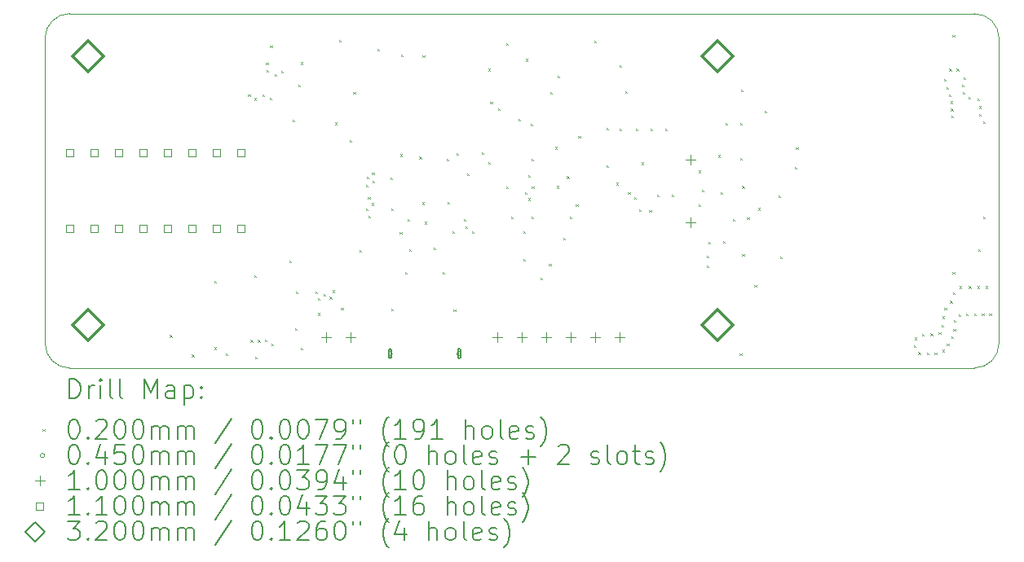
<source format=gbr>
%FSLAX45Y45*%
G04 Gerber Fmt 4.5, Leading zero omitted, Abs format (unit mm)*
G04 Created by KiCad (PCBNEW (6.0.5)) date 2023-05-13 15:18:55*
%MOMM*%
%LPD*%
G01*
G04 APERTURE LIST*
%TA.AperFunction,Profile*%
%ADD10C,0.100000*%
%TD*%
%ADD11C,0.200000*%
%ADD12C,0.020000*%
%ADD13C,0.045000*%
%ADD14C,0.100000*%
%ADD15C,0.110000*%
%ADD16C,0.320000*%
G04 APERTURE END LIST*
D10*
X10160000Y-10096500D02*
X19558000Y-10096500D01*
X19558000Y-13779500D02*
X10160000Y-13779500D01*
X9906000Y-13525500D02*
X9906000Y-10350500D01*
X19812000Y-10350500D02*
G75*
G03*
X19558000Y-10096500I-254000J0D01*
G01*
X10160000Y-10096500D02*
G75*
G03*
X9906000Y-10350500I0J-254000D01*
G01*
X19812000Y-10350500D02*
X19812000Y-13525500D01*
X9906000Y-13525500D02*
G75*
G03*
X10160000Y-13779500I254000J0D01*
G01*
X19558000Y-13779500D02*
G75*
G03*
X19812000Y-13525500I0J254000D01*
G01*
D11*
D12*
X11201798Y-13437065D02*
X11221798Y-13457065D01*
X11221798Y-13437065D02*
X11201798Y-13457065D01*
X11430160Y-13639960D02*
X11450160Y-13659960D01*
X11450160Y-13639960D02*
X11430160Y-13659960D01*
X11663840Y-12872880D02*
X11683840Y-12892880D01*
X11683840Y-12872880D02*
X11663840Y-12892880D01*
X11663840Y-13563760D02*
X11683840Y-13583760D01*
X11683840Y-13563760D02*
X11663840Y-13583760D01*
X11780680Y-13624720D02*
X11800680Y-13644720D01*
X11800680Y-13624720D02*
X11780680Y-13644720D01*
X12014360Y-10937400D02*
X12034360Y-10957400D01*
X12034360Y-10937400D02*
X12014360Y-10957400D01*
X12040706Y-13486628D02*
X12060706Y-13506628D01*
X12060706Y-13486628D02*
X12040706Y-13506628D01*
X12080400Y-10972960D02*
X12100400Y-10992960D01*
X12100400Y-10972960D02*
X12080400Y-10992960D01*
X12080400Y-12817000D02*
X12100400Y-12837000D01*
X12100400Y-12817000D02*
X12080400Y-12837000D01*
X12085464Y-13659814D02*
X12105464Y-13679814D01*
X12105464Y-13659814D02*
X12085464Y-13679814D01*
X12116906Y-13486628D02*
X12136906Y-13506628D01*
X12136906Y-13486628D02*
X12116906Y-13506628D01*
X12161680Y-10937400D02*
X12181680Y-10957400D01*
X12181680Y-10937400D02*
X12161680Y-10957400D01*
X12188026Y-13485682D02*
X12208026Y-13505682D01*
X12208026Y-13485682D02*
X12188026Y-13505682D01*
X12199780Y-10607200D02*
X12219780Y-10627200D01*
X12219780Y-10607200D02*
X12199780Y-10627200D01*
X12207400Y-10683400D02*
X12227400Y-10703400D01*
X12227400Y-10683400D02*
X12207400Y-10703400D01*
X12237880Y-10967880D02*
X12257880Y-10987880D01*
X12257880Y-10967880D02*
X12237880Y-10987880D01*
X12242960Y-10424320D02*
X12262960Y-10444320D01*
X12262960Y-10424320D02*
X12242960Y-10444320D01*
X12258200Y-13528200D02*
X12278200Y-13548200D01*
X12278200Y-13528200D02*
X12258200Y-13548200D01*
X12288680Y-10724040D02*
X12308680Y-10744040D01*
X12308680Y-10724040D02*
X12288680Y-10744040D01*
X12357260Y-10688480D02*
X12377260Y-10708480D01*
X12377260Y-10688480D02*
X12357260Y-10708480D01*
X12441080Y-12659520D02*
X12461080Y-12679520D01*
X12461080Y-12659520D02*
X12441080Y-12679520D01*
X12476640Y-11196480D02*
X12496640Y-11216480D01*
X12496640Y-11196480D02*
X12476640Y-11216480D01*
X12502040Y-13365640D02*
X12522040Y-13385640D01*
X12522040Y-13365640D02*
X12502040Y-13385640D01*
X12507120Y-12984640D02*
X12527120Y-13004640D01*
X12527120Y-12984640D02*
X12507120Y-13004640D01*
X12537600Y-10835800D02*
X12557600Y-10855800D01*
X12557600Y-10835800D02*
X12537600Y-10855800D01*
X12557920Y-10601722D02*
X12577920Y-10621722D01*
X12577920Y-10601722D02*
X12557920Y-10621722D01*
X12563000Y-13568840D02*
X12583000Y-13588840D01*
X12583000Y-13568840D02*
X12563000Y-13588840D01*
X12710320Y-12984640D02*
X12730320Y-13004640D01*
X12730320Y-12984640D02*
X12710320Y-13004640D01*
X12735720Y-13208160D02*
X12755720Y-13228160D01*
X12755720Y-13208160D02*
X12735720Y-13228160D01*
X12738260Y-13053220D02*
X12758260Y-13073220D01*
X12758260Y-13053220D02*
X12738260Y-13073220D01*
X12796680Y-13010040D02*
X12816680Y-13030040D01*
X12816680Y-13010040D02*
X12796680Y-13030040D01*
X12860730Y-13038530D02*
X12880730Y-13058530D01*
X12880730Y-13038530D02*
X12860730Y-13058530D01*
X12888120Y-12971330D02*
X12908120Y-12991330D01*
X12908120Y-12971330D02*
X12888120Y-12991330D01*
X12918600Y-11226960D02*
X12938600Y-11246960D01*
X12938600Y-11226960D02*
X12918600Y-11246960D01*
X12959240Y-10368440D02*
X12979240Y-10388440D01*
X12979240Y-10368440D02*
X12959240Y-10388440D01*
X12979560Y-13152280D02*
X12999560Y-13172280D01*
X12999560Y-13152280D02*
X12979560Y-13172280D01*
X13065920Y-11409840D02*
X13085920Y-11429840D01*
X13085920Y-11409840D02*
X13065920Y-11429840D01*
X13106560Y-10912000D02*
X13126560Y-10932000D01*
X13126560Y-10912000D02*
X13106560Y-10932000D01*
X13172600Y-12552840D02*
X13192600Y-12572840D01*
X13192600Y-12552840D02*
X13172600Y-12572840D01*
X13236100Y-11877200D02*
X13256100Y-11897200D01*
X13256100Y-11877200D02*
X13236100Y-11897200D01*
X13238640Y-12121040D02*
X13258640Y-12141040D01*
X13258640Y-12121040D02*
X13238640Y-12141040D01*
X13243720Y-11790840D02*
X13263720Y-11810840D01*
X13263720Y-11790840D02*
X13243720Y-11810840D01*
X13258960Y-11999120D02*
X13278960Y-12019120D01*
X13278960Y-11999120D02*
X13258960Y-12019120D01*
X13264040Y-12197240D02*
X13284040Y-12217240D01*
X13284040Y-12197240D02*
X13264040Y-12217240D01*
X13299600Y-12065160D02*
X13319600Y-12085160D01*
X13319600Y-12065160D02*
X13299600Y-12085160D01*
X13301988Y-11749946D02*
X13321988Y-11769946D01*
X13321988Y-11749946D02*
X13301988Y-11769946D01*
X13304680Y-11831480D02*
X13324680Y-11851480D01*
X13324680Y-11831480D02*
X13304680Y-11851480D01*
X13355480Y-10459880D02*
X13375480Y-10479880D01*
X13375480Y-10459880D02*
X13355480Y-10479880D01*
X13492640Y-11801000D02*
X13512640Y-11821000D01*
X13512640Y-11801000D02*
X13492640Y-11821000D01*
X13497720Y-12121040D02*
X13517720Y-12141040D01*
X13517720Y-12121040D02*
X13497720Y-12141040D01*
X13497720Y-13162440D02*
X13517720Y-13182440D01*
X13517720Y-13162440D02*
X13497720Y-13182440D01*
X13589160Y-12364880D02*
X13609160Y-12384880D01*
X13609160Y-12364880D02*
X13589160Y-12384880D01*
X13594240Y-11557160D02*
X13614240Y-11577160D01*
X13614240Y-11557160D02*
X13594240Y-11577160D01*
X13604400Y-10520840D02*
X13624400Y-10540840D01*
X13624400Y-10520840D02*
X13604400Y-10540840D01*
X13642500Y-12778900D02*
X13662500Y-12798900D01*
X13662500Y-12778900D02*
X13642500Y-12798900D01*
X13670440Y-12232170D02*
X13690440Y-12252170D01*
X13690440Y-12232170D02*
X13670440Y-12252170D01*
X13686748Y-12544400D02*
X13706748Y-12564400D01*
X13706748Y-12544400D02*
X13686748Y-12564400D01*
X13792360Y-11582560D02*
X13812360Y-11602560D01*
X13812360Y-11582560D02*
X13792360Y-11602560D01*
X13822840Y-12055730D02*
X13842840Y-12075730D01*
X13842840Y-12055730D02*
X13822840Y-12075730D01*
X13825500Y-10528340D02*
X13845500Y-10548340D01*
X13845500Y-10528340D02*
X13825500Y-10548340D01*
X13847242Y-12260130D02*
X13867242Y-12280130D01*
X13867242Y-12260130D02*
X13847242Y-12280130D01*
X13939680Y-12527440D02*
X13959680Y-12547440D01*
X13959680Y-12527440D02*
X13939680Y-12547440D01*
X14036200Y-12778900D02*
X14056200Y-12798900D01*
X14056200Y-12778900D02*
X14036200Y-12798900D01*
X14076840Y-11602880D02*
X14096840Y-11622880D01*
X14096840Y-11602880D02*
X14076840Y-11622880D01*
X14087000Y-12055000D02*
X14107000Y-12075000D01*
X14107000Y-12055000D02*
X14087000Y-12075000D01*
X14137800Y-12354720D02*
X14157800Y-12374720D01*
X14157800Y-12354720D02*
X14137800Y-12374720D01*
X14147960Y-13167520D02*
X14167960Y-13187520D01*
X14167960Y-13167520D02*
X14147960Y-13187520D01*
X14178440Y-11541920D02*
X14198440Y-11561920D01*
X14198440Y-11541920D02*
X14178440Y-11561920D01*
X14252286Y-12232316D02*
X14272286Y-12252316D01*
X14272286Y-12232316D02*
X14252286Y-12252316D01*
X14269880Y-12306460D02*
X14289880Y-12326460D01*
X14289880Y-12306460D02*
X14269880Y-12326460D01*
X14285120Y-11755280D02*
X14305120Y-11775280D01*
X14305120Y-11755280D02*
X14285120Y-11775280D01*
X14341000Y-12354720D02*
X14361000Y-12374720D01*
X14361000Y-12354720D02*
X14341000Y-12374720D01*
X14442600Y-11536840D02*
X14462600Y-11556840D01*
X14462600Y-11536840D02*
X14442600Y-11556840D01*
X14506100Y-11635900D02*
X14526100Y-11655900D01*
X14526100Y-11635900D02*
X14506100Y-11655900D01*
X14508640Y-10668160D02*
X14528640Y-10688160D01*
X14528640Y-10668160D02*
X14508640Y-10688160D01*
X14528960Y-11008520D02*
X14548960Y-11028520D01*
X14548960Y-11008520D02*
X14528960Y-11028520D01*
X14607700Y-11077100D02*
X14627700Y-11097100D01*
X14627700Y-11077100D02*
X14607700Y-11097100D01*
X14691520Y-10398920D02*
X14711520Y-10418920D01*
X14711520Y-10398920D02*
X14691520Y-10418920D01*
X14696600Y-11889900D02*
X14716600Y-11909900D01*
X14716600Y-11889900D02*
X14696600Y-11909900D01*
X14742320Y-12202320D02*
X14762320Y-12222320D01*
X14762320Y-12202320D02*
X14742320Y-12222320D01*
X14823600Y-11186320D02*
X14843600Y-11206320D01*
X14843600Y-11186320D02*
X14823600Y-11206320D01*
X14874400Y-12359800D02*
X14894400Y-12379800D01*
X14894400Y-12359800D02*
X14874400Y-12379800D01*
X14874400Y-12644280D02*
X14894400Y-12664280D01*
X14894400Y-12644280D02*
X14874400Y-12664280D01*
X14887100Y-11953400D02*
X14907100Y-11973400D01*
X14907100Y-11953400D02*
X14887100Y-11973400D01*
X14894720Y-10566560D02*
X14914720Y-10586560D01*
X14914720Y-10566560D02*
X14894720Y-10586560D01*
X14925019Y-12015962D02*
X14945019Y-12035962D01*
X14945019Y-12015962D02*
X14925019Y-12035962D01*
X14925200Y-11770520D02*
X14945200Y-11790520D01*
X14945200Y-11770520D02*
X14925200Y-11790520D01*
X14950600Y-11237120D02*
X14970600Y-11257120D01*
X14970600Y-11237120D02*
X14950600Y-11257120D01*
X14955680Y-11602880D02*
X14975680Y-11622880D01*
X14975680Y-11602880D02*
X14955680Y-11622880D01*
X14955680Y-12202320D02*
X14975680Y-12222320D01*
X14975680Y-12202320D02*
X14955680Y-12222320D01*
X14960760Y-11892440D02*
X14980760Y-11912440D01*
X14980760Y-11892440D02*
X14960760Y-11912440D01*
X15047120Y-12842400D02*
X15067120Y-12862400D01*
X15067120Y-12842400D02*
X15047120Y-12862400D01*
X15138560Y-12695080D02*
X15158560Y-12715080D01*
X15158560Y-12695080D02*
X15138560Y-12715080D01*
X15153800Y-10912000D02*
X15173800Y-10932000D01*
X15173800Y-10912000D02*
X15153800Y-10932000D01*
X15204600Y-11480960D02*
X15224600Y-11500960D01*
X15224600Y-11480960D02*
X15204600Y-11500960D01*
X15219840Y-11887360D02*
X15239840Y-11907360D01*
X15239840Y-11887360D02*
X15219840Y-11907360D01*
X15230000Y-10739280D02*
X15250000Y-10759280D01*
X15250000Y-10739280D02*
X15230000Y-10759280D01*
X15285880Y-12423910D02*
X15305880Y-12443910D01*
X15305880Y-12423910D02*
X15285880Y-12443910D01*
X15323980Y-11785760D02*
X15343980Y-11805760D01*
X15343980Y-11785760D02*
X15323980Y-11805760D01*
X15351920Y-12207400D02*
X15371920Y-12227400D01*
X15371920Y-12207400D02*
X15351920Y-12227400D01*
X15417960Y-12080400D02*
X15437960Y-12100400D01*
X15437960Y-12080400D02*
X15417960Y-12100400D01*
X15443360Y-11369200D02*
X15463360Y-11389200D01*
X15463360Y-11369200D02*
X15443360Y-11389200D01*
X15611000Y-10378600D02*
X15631000Y-10398600D01*
X15631000Y-10378600D02*
X15611000Y-10398600D01*
X15738000Y-11282840D02*
X15758000Y-11302840D01*
X15758000Y-11282840D02*
X15738000Y-11302840D01*
X15738000Y-11674000D02*
X15758000Y-11694000D01*
X15758000Y-11674000D02*
X15738000Y-11694000D01*
X15834520Y-11853730D02*
X15854520Y-11873730D01*
X15854520Y-11853730D02*
X15834520Y-11873730D01*
X15870080Y-10627520D02*
X15890080Y-10647520D01*
X15890080Y-10627520D02*
X15870080Y-10647520D01*
X15870080Y-11287920D02*
X15890080Y-11307920D01*
X15890080Y-11287920D02*
X15870080Y-11307920D01*
X15928500Y-10899300D02*
X15948500Y-10919300D01*
X15948500Y-10899300D02*
X15928500Y-10919300D01*
X15960340Y-11949500D02*
X15980340Y-11969500D01*
X15980340Y-11949500D02*
X15960340Y-11969500D01*
X16022480Y-12004200D02*
X16042480Y-12024200D01*
X16042480Y-12004200D02*
X16022480Y-12024200D01*
X16042800Y-11287920D02*
X16062800Y-11307920D01*
X16062800Y-11287920D02*
X16042800Y-11307920D01*
X16073280Y-12131200D02*
X16093280Y-12151200D01*
X16093280Y-12131200D02*
X16073280Y-12151200D01*
X16101220Y-11640980D02*
X16121220Y-11660980D01*
X16121220Y-11640980D02*
X16101220Y-11660980D01*
X16179960Y-12136280D02*
X16199960Y-12156280D01*
X16199960Y-12136280D02*
X16179960Y-12156280D01*
X16195200Y-11287920D02*
X16215200Y-11307920D01*
X16215200Y-11287920D02*
X16195200Y-11307920D01*
X16261240Y-11973720D02*
X16281240Y-11993720D01*
X16281240Y-11973720D02*
X16261240Y-11993720D01*
X16347600Y-11287920D02*
X16367600Y-11307920D01*
X16367600Y-11287920D02*
X16347600Y-11307920D01*
X16413640Y-11973720D02*
X16433640Y-11993720D01*
X16433640Y-11973720D02*
X16413640Y-11993720D01*
X16691931Y-11728000D02*
X16711931Y-11748000D01*
X16711931Y-11728000D02*
X16691931Y-11748000D01*
X16692100Y-12080400D02*
X16712100Y-12100400D01*
X16712100Y-12080400D02*
X16692100Y-12100400D01*
X16728600Y-11928000D02*
X16748600Y-11948000D01*
X16748600Y-11928000D02*
X16728600Y-11948000D01*
X16774320Y-12710320D02*
X16794320Y-12730320D01*
X16794320Y-12710320D02*
X16774320Y-12730320D01*
X16779400Y-12613800D02*
X16799400Y-12633800D01*
X16799400Y-12613800D02*
X16779400Y-12633800D01*
X16792100Y-12466480D02*
X16812100Y-12486480D01*
X16812100Y-12466480D02*
X16792100Y-12486480D01*
X16897460Y-11566100D02*
X16917460Y-11586100D01*
X16917460Y-11566100D02*
X16897460Y-11586100D01*
X16923240Y-11953400D02*
X16943240Y-11973400D01*
X16943240Y-11953400D02*
X16923240Y-11973400D01*
X16944500Y-12461400D02*
X16964500Y-12481400D01*
X16964500Y-12461400D02*
X16944500Y-12481400D01*
X16972440Y-11232040D02*
X16992440Y-11252040D01*
X16992440Y-11232040D02*
X16972440Y-11252040D01*
X17048640Y-12232800D02*
X17068640Y-12252800D01*
X17068640Y-12232800D02*
X17048640Y-12252800D01*
X17119760Y-13629800D02*
X17139760Y-13649800D01*
X17139760Y-13629800D02*
X17119760Y-13649800D01*
X17123900Y-11232980D02*
X17143900Y-11252980D01*
X17143900Y-11232980D02*
X17123900Y-11252980D01*
X17124840Y-11592720D02*
X17144840Y-11612720D01*
X17144840Y-11592720D02*
X17124840Y-11612720D01*
X17129920Y-10881520D02*
X17149920Y-10901520D01*
X17149920Y-10881520D02*
X17129920Y-10901520D01*
X17144520Y-11888000D02*
X17164520Y-11908000D01*
X17164520Y-11888000D02*
X17144520Y-11908000D01*
X17145160Y-12593480D02*
X17165160Y-12613480D01*
X17165160Y-12593480D02*
X17145160Y-12613480D01*
X17195960Y-12212480D02*
X17215960Y-12232480D01*
X17215960Y-12212480D02*
X17195960Y-12232480D01*
X17272160Y-12913520D02*
X17292160Y-12933520D01*
X17292160Y-12913520D02*
X17272160Y-12933520D01*
X17312800Y-12115960D02*
X17332800Y-12135960D01*
X17332800Y-12115960D02*
X17312800Y-12135960D01*
X17376300Y-11102500D02*
X17396300Y-11122500D01*
X17396300Y-11102500D02*
X17376300Y-11122500D01*
X17521080Y-11983880D02*
X17541080Y-12003880D01*
X17541080Y-11983880D02*
X17521080Y-12003880D01*
X17536320Y-12618880D02*
X17556320Y-12638880D01*
X17556320Y-12618880D02*
X17536320Y-12638880D01*
X17693800Y-11689240D02*
X17713800Y-11709240D01*
X17713800Y-11689240D02*
X17693800Y-11709240D01*
X17703960Y-11486040D02*
X17723960Y-11506040D01*
X17723960Y-11486040D02*
X17703960Y-11506040D01*
X18925700Y-13543440D02*
X18945700Y-13563440D01*
X18945700Y-13543440D02*
X18925700Y-13563440D01*
X18933320Y-13462160D02*
X18953320Y-13482160D01*
X18953320Y-13462160D02*
X18933320Y-13482160D01*
X18973960Y-13614560D02*
X18993960Y-13634560D01*
X18993960Y-13614560D02*
X18973960Y-13634560D01*
X19009520Y-13421520D02*
X19029520Y-13441520D01*
X19029520Y-13421520D02*
X19009520Y-13441520D01*
X19060320Y-13619640D02*
X19080320Y-13639640D01*
X19080320Y-13619640D02*
X19060320Y-13639640D01*
X19100960Y-13418980D02*
X19120960Y-13438980D01*
X19120960Y-13418980D02*
X19100960Y-13438980D01*
X19144140Y-13619640D02*
X19164140Y-13639640D01*
X19164140Y-13619640D02*
X19144140Y-13639640D01*
X19184780Y-13408820D02*
X19204780Y-13428820D01*
X19204780Y-13408820D02*
X19184780Y-13428820D01*
X19212720Y-13330080D02*
X19232720Y-13350080D01*
X19232720Y-13330080D02*
X19212720Y-13350080D01*
X19222880Y-13241180D02*
X19242880Y-13261180D01*
X19242880Y-13241180D02*
X19222880Y-13261180D01*
X19222880Y-13589160D02*
X19242880Y-13609160D01*
X19242880Y-13589160D02*
X19222880Y-13609160D01*
X19239475Y-10772439D02*
X19259475Y-10792439D01*
X19259475Y-10772439D02*
X19239475Y-10792439D01*
X19245740Y-13154820D02*
X19265740Y-13174820D01*
X19265740Y-13154820D02*
X19245740Y-13174820D01*
X19266060Y-10856120D02*
X19286060Y-10876120D01*
X19286060Y-10856120D02*
X19266060Y-10876120D01*
X19271140Y-13523120D02*
X19291140Y-13543120D01*
X19291140Y-13523120D02*
X19271140Y-13543120D01*
X19288920Y-10932320D02*
X19308920Y-10952320D01*
X19308920Y-10932320D02*
X19288920Y-10952320D01*
X19296540Y-10668160D02*
X19316540Y-10688160D01*
X19316540Y-10668160D02*
X19296540Y-10688160D01*
X19304160Y-13081160D02*
X19324160Y-13101160D01*
X19324160Y-13081160D02*
X19304160Y-13101160D01*
X19306700Y-11005980D02*
X19326700Y-11025980D01*
X19326700Y-11005980D02*
X19306700Y-11025980D01*
X19311780Y-11082180D02*
X19331780Y-11102180D01*
X19331780Y-11082180D02*
X19311780Y-11102180D01*
X19314320Y-11155840D02*
X19334320Y-11175840D01*
X19334320Y-11155840D02*
X19314320Y-11175840D01*
X19314320Y-13452000D02*
X19334320Y-13472000D01*
X19334320Y-13452000D02*
X19314320Y-13472000D01*
X19329560Y-10317640D02*
X19349560Y-10337640D01*
X19349560Y-10317640D02*
X19329560Y-10337640D01*
X19329904Y-12781784D02*
X19349904Y-12801784D01*
X19349904Y-12781784D02*
X19329904Y-12801784D01*
X19332100Y-12989720D02*
X19352100Y-13009720D01*
X19352100Y-12989720D02*
X19332100Y-13009720D01*
X19337180Y-13370720D02*
X19357180Y-13390720D01*
X19357180Y-13370720D02*
X19337180Y-13390720D01*
X19339720Y-13279280D02*
X19359720Y-13299280D01*
X19359720Y-13279280D02*
X19339720Y-13299280D01*
X19372740Y-10668160D02*
X19392740Y-10688160D01*
X19392740Y-10668160D02*
X19372740Y-10688160D01*
X19390520Y-13218320D02*
X19410520Y-13238320D01*
X19410520Y-13218320D02*
X19390520Y-13238320D01*
X19400680Y-12928760D02*
X19420680Y-12948760D01*
X19420680Y-12928760D02*
X19400680Y-12948760D01*
X19426080Y-10833260D02*
X19446080Y-10853260D01*
X19446080Y-10833260D02*
X19426080Y-10853260D01*
X19436240Y-10909460D02*
X19456240Y-10929460D01*
X19456240Y-10909460D02*
X19436240Y-10929460D01*
X19441320Y-10759600D02*
X19461320Y-10779600D01*
X19461320Y-10759600D02*
X19441320Y-10779600D01*
X19469260Y-13213240D02*
X19489260Y-13233240D01*
X19489260Y-13213240D02*
X19469260Y-13233240D01*
X19492120Y-10962800D02*
X19512120Y-10982800D01*
X19512120Y-10962800D02*
X19492120Y-10982800D01*
X19499740Y-12928760D02*
X19519740Y-12948760D01*
X19519740Y-12928760D02*
X19499740Y-12948760D01*
X19553080Y-13213240D02*
X19573080Y-13233240D01*
X19573080Y-13213240D02*
X19553080Y-13233240D01*
X19586100Y-12928760D02*
X19606100Y-12948760D01*
X19606100Y-12928760D02*
X19586100Y-12948760D01*
X19588640Y-10975500D02*
X19608640Y-10995500D01*
X19608640Y-10975500D02*
X19588640Y-10995500D01*
X19593720Y-12542680D02*
X19613720Y-12562680D01*
X19613720Y-12542680D02*
X19593720Y-12562680D01*
X19603880Y-11056780D02*
X19623880Y-11076780D01*
X19623880Y-11056780D02*
X19603880Y-11076780D01*
X19603880Y-11135520D02*
X19623880Y-11155520D01*
X19623880Y-11135520D02*
X19603880Y-11155520D01*
X19634360Y-13213240D02*
X19654360Y-13233240D01*
X19654360Y-13213240D02*
X19634360Y-13233240D01*
X19649600Y-11211720D02*
X19669600Y-11231720D01*
X19669600Y-11211720D02*
X19649600Y-11231720D01*
X19649600Y-12207400D02*
X19669600Y-12227400D01*
X19669600Y-12207400D02*
X19649600Y-12227400D01*
X19672460Y-12928760D02*
X19692460Y-12948760D01*
X19692460Y-12928760D02*
X19672460Y-12948760D01*
X19710560Y-13213240D02*
X19730560Y-13233240D01*
X19730560Y-13213240D02*
X19710560Y-13233240D01*
D13*
X13512340Y-13629640D02*
G75*
G03*
X13512340Y-13629640I-22500J0D01*
G01*
D11*
X13502340Y-13669640D02*
X13502340Y-13589640D01*
X13477340Y-13669640D02*
X13477340Y-13589640D01*
X13502340Y-13589640D02*
G75*
G03*
X13477340Y-13589640I-12500J0D01*
G01*
X13477340Y-13669640D02*
G75*
G03*
X13502340Y-13669640I12500J0D01*
G01*
D13*
X14227340Y-13629640D02*
G75*
G03*
X14227340Y-13629640I-22500J0D01*
G01*
D11*
X14192340Y-13589640D02*
X14192340Y-13669640D01*
X14217340Y-13589640D02*
X14217340Y-13669640D01*
X14192340Y-13669640D02*
G75*
G03*
X14217340Y-13669640I12500J0D01*
G01*
X14217340Y-13589640D02*
G75*
G03*
X14192340Y-13589640I-12500J0D01*
G01*
D14*
X12827000Y-13412000D02*
X12827000Y-13512000D01*
X12777000Y-13462000D02*
X12877000Y-13462000D01*
X13081000Y-13412000D02*
X13081000Y-13512000D01*
X13031000Y-13462000D02*
X13131000Y-13462000D01*
X14605000Y-13412000D02*
X14605000Y-13512000D01*
X14555000Y-13462000D02*
X14655000Y-13462000D01*
X14859000Y-13412000D02*
X14859000Y-13512000D01*
X14809000Y-13462000D02*
X14909000Y-13462000D01*
X15113000Y-13412000D02*
X15113000Y-13512000D01*
X15063000Y-13462000D02*
X15163000Y-13462000D01*
X15367000Y-13412000D02*
X15367000Y-13512000D01*
X15317000Y-13462000D02*
X15417000Y-13462000D01*
X15621000Y-13412000D02*
X15621000Y-13512000D01*
X15571000Y-13462000D02*
X15671000Y-13462000D01*
X15875000Y-13412000D02*
X15875000Y-13512000D01*
X15825000Y-13462000D02*
X15925000Y-13462000D01*
X16611600Y-11563000D02*
X16611600Y-11663000D01*
X16561600Y-11613000D02*
X16661600Y-11613000D01*
X16611600Y-12213000D02*
X16611600Y-12313000D01*
X16561600Y-12263000D02*
X16661600Y-12263000D01*
D15*
X10198891Y-12369891D02*
X10198891Y-12292109D01*
X10121109Y-12292109D01*
X10121109Y-12369891D01*
X10198891Y-12369891D01*
X10199246Y-11582407D02*
X10199246Y-11504624D01*
X10121464Y-11504624D01*
X10121464Y-11582407D01*
X10199246Y-11582407D01*
X10452891Y-12369891D02*
X10452891Y-12292109D01*
X10375109Y-12292109D01*
X10375109Y-12369891D01*
X10452891Y-12369891D01*
X10453246Y-11582407D02*
X10453246Y-11504624D01*
X10375464Y-11504624D01*
X10375464Y-11582407D01*
X10453246Y-11582407D01*
X10706891Y-12369891D02*
X10706891Y-12292109D01*
X10629109Y-12292109D01*
X10629109Y-12369891D01*
X10706891Y-12369891D01*
X10707246Y-11582407D02*
X10707246Y-11504624D01*
X10629464Y-11504624D01*
X10629464Y-11582407D01*
X10707246Y-11582407D01*
X10960891Y-12369891D02*
X10960891Y-12292109D01*
X10883109Y-12292109D01*
X10883109Y-12369891D01*
X10960891Y-12369891D01*
X10961246Y-11582407D02*
X10961246Y-11504624D01*
X10883464Y-11504624D01*
X10883464Y-11582407D01*
X10961246Y-11582407D01*
X11214891Y-12369891D02*
X11214891Y-12292109D01*
X11137109Y-12292109D01*
X11137109Y-12369891D01*
X11214891Y-12369891D01*
X11215246Y-11582407D02*
X11215246Y-11504624D01*
X11137464Y-11504624D01*
X11137464Y-11582407D01*
X11215246Y-11582407D01*
X11468891Y-12369891D02*
X11468891Y-12292109D01*
X11391109Y-12292109D01*
X11391109Y-12369891D01*
X11468891Y-12369891D01*
X11469246Y-11582407D02*
X11469246Y-11504624D01*
X11391463Y-11504624D01*
X11391463Y-11582407D01*
X11469246Y-11582407D01*
X11722891Y-12369891D02*
X11722891Y-12292109D01*
X11645109Y-12292109D01*
X11645109Y-12369891D01*
X11722891Y-12369891D01*
X11723246Y-11582407D02*
X11723246Y-11504624D01*
X11645463Y-11504624D01*
X11645463Y-11582407D01*
X11723246Y-11582407D01*
X11976891Y-12369891D02*
X11976891Y-12292109D01*
X11899109Y-12292109D01*
X11899109Y-12369891D01*
X11976891Y-12369891D01*
X11977246Y-11582407D02*
X11977246Y-11504624D01*
X11899463Y-11504624D01*
X11899463Y-11582407D01*
X11977246Y-11582407D01*
D16*
X10350500Y-10701000D02*
X10510500Y-10541000D01*
X10350500Y-10381000D01*
X10190500Y-10541000D01*
X10350500Y-10701000D01*
X10350500Y-13495000D02*
X10510500Y-13335000D01*
X10350500Y-13175000D01*
X10190500Y-13335000D01*
X10350500Y-13495000D01*
X16891000Y-10701000D02*
X17051000Y-10541000D01*
X16891000Y-10381000D01*
X16731000Y-10541000D01*
X16891000Y-10701000D01*
X16891000Y-13495000D02*
X17051000Y-13335000D01*
X16891000Y-13175000D01*
X16731000Y-13335000D01*
X16891000Y-13495000D01*
D11*
X10158619Y-14094976D02*
X10158619Y-13894976D01*
X10206238Y-13894976D01*
X10234810Y-13904500D01*
X10253857Y-13923548D01*
X10263381Y-13942595D01*
X10272905Y-13980690D01*
X10272905Y-14009262D01*
X10263381Y-14047357D01*
X10253857Y-14066405D01*
X10234810Y-14085452D01*
X10206238Y-14094976D01*
X10158619Y-14094976D01*
X10358619Y-14094976D02*
X10358619Y-13961643D01*
X10358619Y-13999738D02*
X10368143Y-13980690D01*
X10377667Y-13971167D01*
X10396714Y-13961643D01*
X10415762Y-13961643D01*
X10482429Y-14094976D02*
X10482429Y-13961643D01*
X10482429Y-13894976D02*
X10472905Y-13904500D01*
X10482429Y-13914024D01*
X10491952Y-13904500D01*
X10482429Y-13894976D01*
X10482429Y-13914024D01*
X10606238Y-14094976D02*
X10587190Y-14085452D01*
X10577667Y-14066405D01*
X10577667Y-13894976D01*
X10711000Y-14094976D02*
X10691952Y-14085452D01*
X10682429Y-14066405D01*
X10682429Y-13894976D01*
X10939571Y-14094976D02*
X10939571Y-13894976D01*
X11006238Y-14037833D01*
X11072905Y-13894976D01*
X11072905Y-14094976D01*
X11253857Y-14094976D02*
X11253857Y-13990214D01*
X11244333Y-13971167D01*
X11225286Y-13961643D01*
X11187190Y-13961643D01*
X11168143Y-13971167D01*
X11253857Y-14085452D02*
X11234809Y-14094976D01*
X11187190Y-14094976D01*
X11168143Y-14085452D01*
X11158619Y-14066405D01*
X11158619Y-14047357D01*
X11168143Y-14028309D01*
X11187190Y-14018786D01*
X11234809Y-14018786D01*
X11253857Y-14009262D01*
X11349095Y-13961643D02*
X11349095Y-14161643D01*
X11349095Y-13971167D02*
X11368143Y-13961643D01*
X11406238Y-13961643D01*
X11425286Y-13971167D01*
X11434809Y-13980690D01*
X11444333Y-13999738D01*
X11444333Y-14056881D01*
X11434809Y-14075928D01*
X11425286Y-14085452D01*
X11406238Y-14094976D01*
X11368143Y-14094976D01*
X11349095Y-14085452D01*
X11530048Y-14075928D02*
X11539571Y-14085452D01*
X11530048Y-14094976D01*
X11520524Y-14085452D01*
X11530048Y-14075928D01*
X11530048Y-14094976D01*
X11530048Y-13971167D02*
X11539571Y-13980690D01*
X11530048Y-13990214D01*
X11520524Y-13980690D01*
X11530048Y-13971167D01*
X11530048Y-13990214D01*
D12*
X9881000Y-14414500D02*
X9901000Y-14434500D01*
X9901000Y-14414500D02*
X9881000Y-14434500D01*
D11*
X10196714Y-14314976D02*
X10215762Y-14314976D01*
X10234810Y-14324500D01*
X10244333Y-14334024D01*
X10253857Y-14353071D01*
X10263381Y-14391167D01*
X10263381Y-14438786D01*
X10253857Y-14476881D01*
X10244333Y-14495928D01*
X10234810Y-14505452D01*
X10215762Y-14514976D01*
X10196714Y-14514976D01*
X10177667Y-14505452D01*
X10168143Y-14495928D01*
X10158619Y-14476881D01*
X10149095Y-14438786D01*
X10149095Y-14391167D01*
X10158619Y-14353071D01*
X10168143Y-14334024D01*
X10177667Y-14324500D01*
X10196714Y-14314976D01*
X10349095Y-14495928D02*
X10358619Y-14505452D01*
X10349095Y-14514976D01*
X10339571Y-14505452D01*
X10349095Y-14495928D01*
X10349095Y-14514976D01*
X10434810Y-14334024D02*
X10444333Y-14324500D01*
X10463381Y-14314976D01*
X10511000Y-14314976D01*
X10530048Y-14324500D01*
X10539571Y-14334024D01*
X10549095Y-14353071D01*
X10549095Y-14372119D01*
X10539571Y-14400690D01*
X10425286Y-14514976D01*
X10549095Y-14514976D01*
X10672905Y-14314976D02*
X10691952Y-14314976D01*
X10711000Y-14324500D01*
X10720524Y-14334024D01*
X10730048Y-14353071D01*
X10739571Y-14391167D01*
X10739571Y-14438786D01*
X10730048Y-14476881D01*
X10720524Y-14495928D01*
X10711000Y-14505452D01*
X10691952Y-14514976D01*
X10672905Y-14514976D01*
X10653857Y-14505452D01*
X10644333Y-14495928D01*
X10634810Y-14476881D01*
X10625286Y-14438786D01*
X10625286Y-14391167D01*
X10634810Y-14353071D01*
X10644333Y-14334024D01*
X10653857Y-14324500D01*
X10672905Y-14314976D01*
X10863381Y-14314976D02*
X10882429Y-14314976D01*
X10901476Y-14324500D01*
X10911000Y-14334024D01*
X10920524Y-14353071D01*
X10930048Y-14391167D01*
X10930048Y-14438786D01*
X10920524Y-14476881D01*
X10911000Y-14495928D01*
X10901476Y-14505452D01*
X10882429Y-14514976D01*
X10863381Y-14514976D01*
X10844333Y-14505452D01*
X10834810Y-14495928D01*
X10825286Y-14476881D01*
X10815762Y-14438786D01*
X10815762Y-14391167D01*
X10825286Y-14353071D01*
X10834810Y-14334024D01*
X10844333Y-14324500D01*
X10863381Y-14314976D01*
X11015762Y-14514976D02*
X11015762Y-14381643D01*
X11015762Y-14400690D02*
X11025286Y-14391167D01*
X11044333Y-14381643D01*
X11072905Y-14381643D01*
X11091952Y-14391167D01*
X11101476Y-14410214D01*
X11101476Y-14514976D01*
X11101476Y-14410214D02*
X11111000Y-14391167D01*
X11130048Y-14381643D01*
X11158619Y-14381643D01*
X11177667Y-14391167D01*
X11187190Y-14410214D01*
X11187190Y-14514976D01*
X11282428Y-14514976D02*
X11282428Y-14381643D01*
X11282428Y-14400690D02*
X11291952Y-14391167D01*
X11311000Y-14381643D01*
X11339571Y-14381643D01*
X11358619Y-14391167D01*
X11368143Y-14410214D01*
X11368143Y-14514976D01*
X11368143Y-14410214D02*
X11377667Y-14391167D01*
X11396714Y-14381643D01*
X11425286Y-14381643D01*
X11444333Y-14391167D01*
X11453857Y-14410214D01*
X11453857Y-14514976D01*
X11844333Y-14305452D02*
X11672905Y-14562595D01*
X12101476Y-14314976D02*
X12120524Y-14314976D01*
X12139571Y-14324500D01*
X12149095Y-14334024D01*
X12158619Y-14353071D01*
X12168143Y-14391167D01*
X12168143Y-14438786D01*
X12158619Y-14476881D01*
X12149095Y-14495928D01*
X12139571Y-14505452D01*
X12120524Y-14514976D01*
X12101476Y-14514976D01*
X12082428Y-14505452D01*
X12072905Y-14495928D01*
X12063381Y-14476881D01*
X12053857Y-14438786D01*
X12053857Y-14391167D01*
X12063381Y-14353071D01*
X12072905Y-14334024D01*
X12082428Y-14324500D01*
X12101476Y-14314976D01*
X12253857Y-14495928D02*
X12263381Y-14505452D01*
X12253857Y-14514976D01*
X12244333Y-14505452D01*
X12253857Y-14495928D01*
X12253857Y-14514976D01*
X12387190Y-14314976D02*
X12406238Y-14314976D01*
X12425286Y-14324500D01*
X12434809Y-14334024D01*
X12444333Y-14353071D01*
X12453857Y-14391167D01*
X12453857Y-14438786D01*
X12444333Y-14476881D01*
X12434809Y-14495928D01*
X12425286Y-14505452D01*
X12406238Y-14514976D01*
X12387190Y-14514976D01*
X12368143Y-14505452D01*
X12358619Y-14495928D01*
X12349095Y-14476881D01*
X12339571Y-14438786D01*
X12339571Y-14391167D01*
X12349095Y-14353071D01*
X12358619Y-14334024D01*
X12368143Y-14324500D01*
X12387190Y-14314976D01*
X12577667Y-14314976D02*
X12596714Y-14314976D01*
X12615762Y-14324500D01*
X12625286Y-14334024D01*
X12634809Y-14353071D01*
X12644333Y-14391167D01*
X12644333Y-14438786D01*
X12634809Y-14476881D01*
X12625286Y-14495928D01*
X12615762Y-14505452D01*
X12596714Y-14514976D01*
X12577667Y-14514976D01*
X12558619Y-14505452D01*
X12549095Y-14495928D01*
X12539571Y-14476881D01*
X12530048Y-14438786D01*
X12530048Y-14391167D01*
X12539571Y-14353071D01*
X12549095Y-14334024D01*
X12558619Y-14324500D01*
X12577667Y-14314976D01*
X12711000Y-14314976D02*
X12844333Y-14314976D01*
X12758619Y-14514976D01*
X12930048Y-14514976D02*
X12968143Y-14514976D01*
X12987190Y-14505452D01*
X12996714Y-14495928D01*
X13015762Y-14467357D01*
X13025286Y-14429262D01*
X13025286Y-14353071D01*
X13015762Y-14334024D01*
X13006238Y-14324500D01*
X12987190Y-14314976D01*
X12949095Y-14314976D01*
X12930048Y-14324500D01*
X12920524Y-14334024D01*
X12911000Y-14353071D01*
X12911000Y-14400690D01*
X12920524Y-14419738D01*
X12930048Y-14429262D01*
X12949095Y-14438786D01*
X12987190Y-14438786D01*
X13006238Y-14429262D01*
X13015762Y-14419738D01*
X13025286Y-14400690D01*
X13101476Y-14314976D02*
X13101476Y-14353071D01*
X13177667Y-14314976D02*
X13177667Y-14353071D01*
X13472905Y-14591167D02*
X13463381Y-14581643D01*
X13444333Y-14553071D01*
X13434809Y-14534024D01*
X13425286Y-14505452D01*
X13415762Y-14457833D01*
X13415762Y-14419738D01*
X13425286Y-14372119D01*
X13434809Y-14343548D01*
X13444333Y-14324500D01*
X13463381Y-14295928D01*
X13472905Y-14286405D01*
X13653857Y-14514976D02*
X13539571Y-14514976D01*
X13596714Y-14514976D02*
X13596714Y-14314976D01*
X13577667Y-14343548D01*
X13558619Y-14362595D01*
X13539571Y-14372119D01*
X13749095Y-14514976D02*
X13787190Y-14514976D01*
X13806238Y-14505452D01*
X13815762Y-14495928D01*
X13834809Y-14467357D01*
X13844333Y-14429262D01*
X13844333Y-14353071D01*
X13834809Y-14334024D01*
X13825286Y-14324500D01*
X13806238Y-14314976D01*
X13768143Y-14314976D01*
X13749095Y-14324500D01*
X13739571Y-14334024D01*
X13730048Y-14353071D01*
X13730048Y-14400690D01*
X13739571Y-14419738D01*
X13749095Y-14429262D01*
X13768143Y-14438786D01*
X13806238Y-14438786D01*
X13825286Y-14429262D01*
X13834809Y-14419738D01*
X13844333Y-14400690D01*
X14034809Y-14514976D02*
X13920524Y-14514976D01*
X13977667Y-14514976D02*
X13977667Y-14314976D01*
X13958619Y-14343548D01*
X13939571Y-14362595D01*
X13920524Y-14372119D01*
X14272905Y-14514976D02*
X14272905Y-14314976D01*
X14358619Y-14514976D02*
X14358619Y-14410214D01*
X14349095Y-14391167D01*
X14330048Y-14381643D01*
X14301476Y-14381643D01*
X14282428Y-14391167D01*
X14272905Y-14400690D01*
X14482428Y-14514976D02*
X14463381Y-14505452D01*
X14453857Y-14495928D01*
X14444333Y-14476881D01*
X14444333Y-14419738D01*
X14453857Y-14400690D01*
X14463381Y-14391167D01*
X14482428Y-14381643D01*
X14511000Y-14381643D01*
X14530048Y-14391167D01*
X14539571Y-14400690D01*
X14549095Y-14419738D01*
X14549095Y-14476881D01*
X14539571Y-14495928D01*
X14530048Y-14505452D01*
X14511000Y-14514976D01*
X14482428Y-14514976D01*
X14663381Y-14514976D02*
X14644333Y-14505452D01*
X14634809Y-14486405D01*
X14634809Y-14314976D01*
X14815762Y-14505452D02*
X14796714Y-14514976D01*
X14758619Y-14514976D01*
X14739571Y-14505452D01*
X14730048Y-14486405D01*
X14730048Y-14410214D01*
X14739571Y-14391167D01*
X14758619Y-14381643D01*
X14796714Y-14381643D01*
X14815762Y-14391167D01*
X14825286Y-14410214D01*
X14825286Y-14429262D01*
X14730048Y-14448309D01*
X14901476Y-14505452D02*
X14920524Y-14514976D01*
X14958619Y-14514976D01*
X14977667Y-14505452D01*
X14987190Y-14486405D01*
X14987190Y-14476881D01*
X14977667Y-14457833D01*
X14958619Y-14448309D01*
X14930048Y-14448309D01*
X14911000Y-14438786D01*
X14901476Y-14419738D01*
X14901476Y-14410214D01*
X14911000Y-14391167D01*
X14930048Y-14381643D01*
X14958619Y-14381643D01*
X14977667Y-14391167D01*
X15053857Y-14591167D02*
X15063381Y-14581643D01*
X15082428Y-14553071D01*
X15091952Y-14534024D01*
X15101476Y-14505452D01*
X15111000Y-14457833D01*
X15111000Y-14419738D01*
X15101476Y-14372119D01*
X15091952Y-14343548D01*
X15082428Y-14324500D01*
X15063381Y-14295928D01*
X15053857Y-14286405D01*
D13*
X9901000Y-14688500D02*
G75*
G03*
X9901000Y-14688500I-22500J0D01*
G01*
D11*
X10196714Y-14578976D02*
X10215762Y-14578976D01*
X10234810Y-14588500D01*
X10244333Y-14598024D01*
X10253857Y-14617071D01*
X10263381Y-14655167D01*
X10263381Y-14702786D01*
X10253857Y-14740881D01*
X10244333Y-14759928D01*
X10234810Y-14769452D01*
X10215762Y-14778976D01*
X10196714Y-14778976D01*
X10177667Y-14769452D01*
X10168143Y-14759928D01*
X10158619Y-14740881D01*
X10149095Y-14702786D01*
X10149095Y-14655167D01*
X10158619Y-14617071D01*
X10168143Y-14598024D01*
X10177667Y-14588500D01*
X10196714Y-14578976D01*
X10349095Y-14759928D02*
X10358619Y-14769452D01*
X10349095Y-14778976D01*
X10339571Y-14769452D01*
X10349095Y-14759928D01*
X10349095Y-14778976D01*
X10530048Y-14645643D02*
X10530048Y-14778976D01*
X10482429Y-14569452D02*
X10434810Y-14712309D01*
X10558619Y-14712309D01*
X10730048Y-14578976D02*
X10634810Y-14578976D01*
X10625286Y-14674214D01*
X10634810Y-14664690D01*
X10653857Y-14655167D01*
X10701476Y-14655167D01*
X10720524Y-14664690D01*
X10730048Y-14674214D01*
X10739571Y-14693262D01*
X10739571Y-14740881D01*
X10730048Y-14759928D01*
X10720524Y-14769452D01*
X10701476Y-14778976D01*
X10653857Y-14778976D01*
X10634810Y-14769452D01*
X10625286Y-14759928D01*
X10863381Y-14578976D02*
X10882429Y-14578976D01*
X10901476Y-14588500D01*
X10911000Y-14598024D01*
X10920524Y-14617071D01*
X10930048Y-14655167D01*
X10930048Y-14702786D01*
X10920524Y-14740881D01*
X10911000Y-14759928D01*
X10901476Y-14769452D01*
X10882429Y-14778976D01*
X10863381Y-14778976D01*
X10844333Y-14769452D01*
X10834810Y-14759928D01*
X10825286Y-14740881D01*
X10815762Y-14702786D01*
X10815762Y-14655167D01*
X10825286Y-14617071D01*
X10834810Y-14598024D01*
X10844333Y-14588500D01*
X10863381Y-14578976D01*
X11015762Y-14778976D02*
X11015762Y-14645643D01*
X11015762Y-14664690D02*
X11025286Y-14655167D01*
X11044333Y-14645643D01*
X11072905Y-14645643D01*
X11091952Y-14655167D01*
X11101476Y-14674214D01*
X11101476Y-14778976D01*
X11101476Y-14674214D02*
X11111000Y-14655167D01*
X11130048Y-14645643D01*
X11158619Y-14645643D01*
X11177667Y-14655167D01*
X11187190Y-14674214D01*
X11187190Y-14778976D01*
X11282428Y-14778976D02*
X11282428Y-14645643D01*
X11282428Y-14664690D02*
X11291952Y-14655167D01*
X11311000Y-14645643D01*
X11339571Y-14645643D01*
X11358619Y-14655167D01*
X11368143Y-14674214D01*
X11368143Y-14778976D01*
X11368143Y-14674214D02*
X11377667Y-14655167D01*
X11396714Y-14645643D01*
X11425286Y-14645643D01*
X11444333Y-14655167D01*
X11453857Y-14674214D01*
X11453857Y-14778976D01*
X11844333Y-14569452D02*
X11672905Y-14826595D01*
X12101476Y-14578976D02*
X12120524Y-14578976D01*
X12139571Y-14588500D01*
X12149095Y-14598024D01*
X12158619Y-14617071D01*
X12168143Y-14655167D01*
X12168143Y-14702786D01*
X12158619Y-14740881D01*
X12149095Y-14759928D01*
X12139571Y-14769452D01*
X12120524Y-14778976D01*
X12101476Y-14778976D01*
X12082428Y-14769452D01*
X12072905Y-14759928D01*
X12063381Y-14740881D01*
X12053857Y-14702786D01*
X12053857Y-14655167D01*
X12063381Y-14617071D01*
X12072905Y-14598024D01*
X12082428Y-14588500D01*
X12101476Y-14578976D01*
X12253857Y-14759928D02*
X12263381Y-14769452D01*
X12253857Y-14778976D01*
X12244333Y-14769452D01*
X12253857Y-14759928D01*
X12253857Y-14778976D01*
X12387190Y-14578976D02*
X12406238Y-14578976D01*
X12425286Y-14588500D01*
X12434809Y-14598024D01*
X12444333Y-14617071D01*
X12453857Y-14655167D01*
X12453857Y-14702786D01*
X12444333Y-14740881D01*
X12434809Y-14759928D01*
X12425286Y-14769452D01*
X12406238Y-14778976D01*
X12387190Y-14778976D01*
X12368143Y-14769452D01*
X12358619Y-14759928D01*
X12349095Y-14740881D01*
X12339571Y-14702786D01*
X12339571Y-14655167D01*
X12349095Y-14617071D01*
X12358619Y-14598024D01*
X12368143Y-14588500D01*
X12387190Y-14578976D01*
X12644333Y-14778976D02*
X12530048Y-14778976D01*
X12587190Y-14778976D02*
X12587190Y-14578976D01*
X12568143Y-14607548D01*
X12549095Y-14626595D01*
X12530048Y-14636119D01*
X12711000Y-14578976D02*
X12844333Y-14578976D01*
X12758619Y-14778976D01*
X12901476Y-14578976D02*
X13034809Y-14578976D01*
X12949095Y-14778976D01*
X13101476Y-14578976D02*
X13101476Y-14617071D01*
X13177667Y-14578976D02*
X13177667Y-14617071D01*
X13472905Y-14855167D02*
X13463381Y-14845643D01*
X13444333Y-14817071D01*
X13434809Y-14798024D01*
X13425286Y-14769452D01*
X13415762Y-14721833D01*
X13415762Y-14683738D01*
X13425286Y-14636119D01*
X13434809Y-14607548D01*
X13444333Y-14588500D01*
X13463381Y-14559928D01*
X13472905Y-14550405D01*
X13587190Y-14578976D02*
X13606238Y-14578976D01*
X13625286Y-14588500D01*
X13634809Y-14598024D01*
X13644333Y-14617071D01*
X13653857Y-14655167D01*
X13653857Y-14702786D01*
X13644333Y-14740881D01*
X13634809Y-14759928D01*
X13625286Y-14769452D01*
X13606238Y-14778976D01*
X13587190Y-14778976D01*
X13568143Y-14769452D01*
X13558619Y-14759928D01*
X13549095Y-14740881D01*
X13539571Y-14702786D01*
X13539571Y-14655167D01*
X13549095Y-14617071D01*
X13558619Y-14598024D01*
X13568143Y-14588500D01*
X13587190Y-14578976D01*
X13891952Y-14778976D02*
X13891952Y-14578976D01*
X13977667Y-14778976D02*
X13977667Y-14674214D01*
X13968143Y-14655167D01*
X13949095Y-14645643D01*
X13920524Y-14645643D01*
X13901476Y-14655167D01*
X13891952Y-14664690D01*
X14101476Y-14778976D02*
X14082428Y-14769452D01*
X14072905Y-14759928D01*
X14063381Y-14740881D01*
X14063381Y-14683738D01*
X14072905Y-14664690D01*
X14082428Y-14655167D01*
X14101476Y-14645643D01*
X14130048Y-14645643D01*
X14149095Y-14655167D01*
X14158619Y-14664690D01*
X14168143Y-14683738D01*
X14168143Y-14740881D01*
X14158619Y-14759928D01*
X14149095Y-14769452D01*
X14130048Y-14778976D01*
X14101476Y-14778976D01*
X14282428Y-14778976D02*
X14263381Y-14769452D01*
X14253857Y-14750405D01*
X14253857Y-14578976D01*
X14434809Y-14769452D02*
X14415762Y-14778976D01*
X14377667Y-14778976D01*
X14358619Y-14769452D01*
X14349095Y-14750405D01*
X14349095Y-14674214D01*
X14358619Y-14655167D01*
X14377667Y-14645643D01*
X14415762Y-14645643D01*
X14434809Y-14655167D01*
X14444333Y-14674214D01*
X14444333Y-14693262D01*
X14349095Y-14712309D01*
X14520524Y-14769452D02*
X14539571Y-14778976D01*
X14577667Y-14778976D01*
X14596714Y-14769452D01*
X14606238Y-14750405D01*
X14606238Y-14740881D01*
X14596714Y-14721833D01*
X14577667Y-14712309D01*
X14549095Y-14712309D01*
X14530048Y-14702786D01*
X14520524Y-14683738D01*
X14520524Y-14674214D01*
X14530048Y-14655167D01*
X14549095Y-14645643D01*
X14577667Y-14645643D01*
X14596714Y-14655167D01*
X14844333Y-14702786D02*
X14996714Y-14702786D01*
X14920524Y-14778976D02*
X14920524Y-14626595D01*
X15234809Y-14598024D02*
X15244333Y-14588500D01*
X15263381Y-14578976D01*
X15311000Y-14578976D01*
X15330048Y-14588500D01*
X15339571Y-14598024D01*
X15349095Y-14617071D01*
X15349095Y-14636119D01*
X15339571Y-14664690D01*
X15225286Y-14778976D01*
X15349095Y-14778976D01*
X15577667Y-14769452D02*
X15596714Y-14778976D01*
X15634809Y-14778976D01*
X15653857Y-14769452D01*
X15663381Y-14750405D01*
X15663381Y-14740881D01*
X15653857Y-14721833D01*
X15634809Y-14712309D01*
X15606238Y-14712309D01*
X15587190Y-14702786D01*
X15577667Y-14683738D01*
X15577667Y-14674214D01*
X15587190Y-14655167D01*
X15606238Y-14645643D01*
X15634809Y-14645643D01*
X15653857Y-14655167D01*
X15777667Y-14778976D02*
X15758619Y-14769452D01*
X15749095Y-14750405D01*
X15749095Y-14578976D01*
X15882428Y-14778976D02*
X15863381Y-14769452D01*
X15853857Y-14759928D01*
X15844333Y-14740881D01*
X15844333Y-14683738D01*
X15853857Y-14664690D01*
X15863381Y-14655167D01*
X15882428Y-14645643D01*
X15911000Y-14645643D01*
X15930048Y-14655167D01*
X15939571Y-14664690D01*
X15949095Y-14683738D01*
X15949095Y-14740881D01*
X15939571Y-14759928D01*
X15930048Y-14769452D01*
X15911000Y-14778976D01*
X15882428Y-14778976D01*
X16006238Y-14645643D02*
X16082428Y-14645643D01*
X16034809Y-14578976D02*
X16034809Y-14750405D01*
X16044333Y-14769452D01*
X16063381Y-14778976D01*
X16082428Y-14778976D01*
X16139571Y-14769452D02*
X16158619Y-14778976D01*
X16196714Y-14778976D01*
X16215762Y-14769452D01*
X16225286Y-14750405D01*
X16225286Y-14740881D01*
X16215762Y-14721833D01*
X16196714Y-14712309D01*
X16168143Y-14712309D01*
X16149095Y-14702786D01*
X16139571Y-14683738D01*
X16139571Y-14674214D01*
X16149095Y-14655167D01*
X16168143Y-14645643D01*
X16196714Y-14645643D01*
X16215762Y-14655167D01*
X16291952Y-14855167D02*
X16301476Y-14845643D01*
X16320524Y-14817071D01*
X16330048Y-14798024D01*
X16339571Y-14769452D01*
X16349095Y-14721833D01*
X16349095Y-14683738D01*
X16339571Y-14636119D01*
X16330048Y-14607548D01*
X16320524Y-14588500D01*
X16301476Y-14559928D01*
X16291952Y-14550405D01*
D14*
X9851000Y-14902500D02*
X9851000Y-15002500D01*
X9801000Y-14952500D02*
X9901000Y-14952500D01*
D11*
X10263381Y-15042976D02*
X10149095Y-15042976D01*
X10206238Y-15042976D02*
X10206238Y-14842976D01*
X10187190Y-14871548D01*
X10168143Y-14890595D01*
X10149095Y-14900119D01*
X10349095Y-15023928D02*
X10358619Y-15033452D01*
X10349095Y-15042976D01*
X10339571Y-15033452D01*
X10349095Y-15023928D01*
X10349095Y-15042976D01*
X10482429Y-14842976D02*
X10501476Y-14842976D01*
X10520524Y-14852500D01*
X10530048Y-14862024D01*
X10539571Y-14881071D01*
X10549095Y-14919167D01*
X10549095Y-14966786D01*
X10539571Y-15004881D01*
X10530048Y-15023928D01*
X10520524Y-15033452D01*
X10501476Y-15042976D01*
X10482429Y-15042976D01*
X10463381Y-15033452D01*
X10453857Y-15023928D01*
X10444333Y-15004881D01*
X10434810Y-14966786D01*
X10434810Y-14919167D01*
X10444333Y-14881071D01*
X10453857Y-14862024D01*
X10463381Y-14852500D01*
X10482429Y-14842976D01*
X10672905Y-14842976D02*
X10691952Y-14842976D01*
X10711000Y-14852500D01*
X10720524Y-14862024D01*
X10730048Y-14881071D01*
X10739571Y-14919167D01*
X10739571Y-14966786D01*
X10730048Y-15004881D01*
X10720524Y-15023928D01*
X10711000Y-15033452D01*
X10691952Y-15042976D01*
X10672905Y-15042976D01*
X10653857Y-15033452D01*
X10644333Y-15023928D01*
X10634810Y-15004881D01*
X10625286Y-14966786D01*
X10625286Y-14919167D01*
X10634810Y-14881071D01*
X10644333Y-14862024D01*
X10653857Y-14852500D01*
X10672905Y-14842976D01*
X10863381Y-14842976D02*
X10882429Y-14842976D01*
X10901476Y-14852500D01*
X10911000Y-14862024D01*
X10920524Y-14881071D01*
X10930048Y-14919167D01*
X10930048Y-14966786D01*
X10920524Y-15004881D01*
X10911000Y-15023928D01*
X10901476Y-15033452D01*
X10882429Y-15042976D01*
X10863381Y-15042976D01*
X10844333Y-15033452D01*
X10834810Y-15023928D01*
X10825286Y-15004881D01*
X10815762Y-14966786D01*
X10815762Y-14919167D01*
X10825286Y-14881071D01*
X10834810Y-14862024D01*
X10844333Y-14852500D01*
X10863381Y-14842976D01*
X11015762Y-15042976D02*
X11015762Y-14909643D01*
X11015762Y-14928690D02*
X11025286Y-14919167D01*
X11044333Y-14909643D01*
X11072905Y-14909643D01*
X11091952Y-14919167D01*
X11101476Y-14938214D01*
X11101476Y-15042976D01*
X11101476Y-14938214D02*
X11111000Y-14919167D01*
X11130048Y-14909643D01*
X11158619Y-14909643D01*
X11177667Y-14919167D01*
X11187190Y-14938214D01*
X11187190Y-15042976D01*
X11282428Y-15042976D02*
X11282428Y-14909643D01*
X11282428Y-14928690D02*
X11291952Y-14919167D01*
X11311000Y-14909643D01*
X11339571Y-14909643D01*
X11358619Y-14919167D01*
X11368143Y-14938214D01*
X11368143Y-15042976D01*
X11368143Y-14938214D02*
X11377667Y-14919167D01*
X11396714Y-14909643D01*
X11425286Y-14909643D01*
X11444333Y-14919167D01*
X11453857Y-14938214D01*
X11453857Y-15042976D01*
X11844333Y-14833452D02*
X11672905Y-15090595D01*
X12101476Y-14842976D02*
X12120524Y-14842976D01*
X12139571Y-14852500D01*
X12149095Y-14862024D01*
X12158619Y-14881071D01*
X12168143Y-14919167D01*
X12168143Y-14966786D01*
X12158619Y-15004881D01*
X12149095Y-15023928D01*
X12139571Y-15033452D01*
X12120524Y-15042976D01*
X12101476Y-15042976D01*
X12082428Y-15033452D01*
X12072905Y-15023928D01*
X12063381Y-15004881D01*
X12053857Y-14966786D01*
X12053857Y-14919167D01*
X12063381Y-14881071D01*
X12072905Y-14862024D01*
X12082428Y-14852500D01*
X12101476Y-14842976D01*
X12253857Y-15023928D02*
X12263381Y-15033452D01*
X12253857Y-15042976D01*
X12244333Y-15033452D01*
X12253857Y-15023928D01*
X12253857Y-15042976D01*
X12387190Y-14842976D02*
X12406238Y-14842976D01*
X12425286Y-14852500D01*
X12434809Y-14862024D01*
X12444333Y-14881071D01*
X12453857Y-14919167D01*
X12453857Y-14966786D01*
X12444333Y-15004881D01*
X12434809Y-15023928D01*
X12425286Y-15033452D01*
X12406238Y-15042976D01*
X12387190Y-15042976D01*
X12368143Y-15033452D01*
X12358619Y-15023928D01*
X12349095Y-15004881D01*
X12339571Y-14966786D01*
X12339571Y-14919167D01*
X12349095Y-14881071D01*
X12358619Y-14862024D01*
X12368143Y-14852500D01*
X12387190Y-14842976D01*
X12520524Y-14842976D02*
X12644333Y-14842976D01*
X12577667Y-14919167D01*
X12606238Y-14919167D01*
X12625286Y-14928690D01*
X12634809Y-14938214D01*
X12644333Y-14957262D01*
X12644333Y-15004881D01*
X12634809Y-15023928D01*
X12625286Y-15033452D01*
X12606238Y-15042976D01*
X12549095Y-15042976D01*
X12530048Y-15033452D01*
X12520524Y-15023928D01*
X12739571Y-15042976D02*
X12777667Y-15042976D01*
X12796714Y-15033452D01*
X12806238Y-15023928D01*
X12825286Y-14995357D01*
X12834809Y-14957262D01*
X12834809Y-14881071D01*
X12825286Y-14862024D01*
X12815762Y-14852500D01*
X12796714Y-14842976D01*
X12758619Y-14842976D01*
X12739571Y-14852500D01*
X12730048Y-14862024D01*
X12720524Y-14881071D01*
X12720524Y-14928690D01*
X12730048Y-14947738D01*
X12739571Y-14957262D01*
X12758619Y-14966786D01*
X12796714Y-14966786D01*
X12815762Y-14957262D01*
X12825286Y-14947738D01*
X12834809Y-14928690D01*
X13006238Y-14909643D02*
X13006238Y-15042976D01*
X12958619Y-14833452D02*
X12911000Y-14976309D01*
X13034809Y-14976309D01*
X13101476Y-14842976D02*
X13101476Y-14881071D01*
X13177667Y-14842976D02*
X13177667Y-14881071D01*
X13472905Y-15119167D02*
X13463381Y-15109643D01*
X13444333Y-15081071D01*
X13434809Y-15062024D01*
X13425286Y-15033452D01*
X13415762Y-14985833D01*
X13415762Y-14947738D01*
X13425286Y-14900119D01*
X13434809Y-14871548D01*
X13444333Y-14852500D01*
X13463381Y-14823928D01*
X13472905Y-14814405D01*
X13653857Y-15042976D02*
X13539571Y-15042976D01*
X13596714Y-15042976D02*
X13596714Y-14842976D01*
X13577667Y-14871548D01*
X13558619Y-14890595D01*
X13539571Y-14900119D01*
X13777667Y-14842976D02*
X13796714Y-14842976D01*
X13815762Y-14852500D01*
X13825286Y-14862024D01*
X13834809Y-14881071D01*
X13844333Y-14919167D01*
X13844333Y-14966786D01*
X13834809Y-15004881D01*
X13825286Y-15023928D01*
X13815762Y-15033452D01*
X13796714Y-15042976D01*
X13777667Y-15042976D01*
X13758619Y-15033452D01*
X13749095Y-15023928D01*
X13739571Y-15004881D01*
X13730048Y-14966786D01*
X13730048Y-14919167D01*
X13739571Y-14881071D01*
X13749095Y-14862024D01*
X13758619Y-14852500D01*
X13777667Y-14842976D01*
X14082428Y-15042976D02*
X14082428Y-14842976D01*
X14168143Y-15042976D02*
X14168143Y-14938214D01*
X14158619Y-14919167D01*
X14139571Y-14909643D01*
X14111000Y-14909643D01*
X14091952Y-14919167D01*
X14082428Y-14928690D01*
X14291952Y-15042976D02*
X14272905Y-15033452D01*
X14263381Y-15023928D01*
X14253857Y-15004881D01*
X14253857Y-14947738D01*
X14263381Y-14928690D01*
X14272905Y-14919167D01*
X14291952Y-14909643D01*
X14320524Y-14909643D01*
X14339571Y-14919167D01*
X14349095Y-14928690D01*
X14358619Y-14947738D01*
X14358619Y-15004881D01*
X14349095Y-15023928D01*
X14339571Y-15033452D01*
X14320524Y-15042976D01*
X14291952Y-15042976D01*
X14472905Y-15042976D02*
X14453857Y-15033452D01*
X14444333Y-15014405D01*
X14444333Y-14842976D01*
X14625286Y-15033452D02*
X14606238Y-15042976D01*
X14568143Y-15042976D01*
X14549095Y-15033452D01*
X14539571Y-15014405D01*
X14539571Y-14938214D01*
X14549095Y-14919167D01*
X14568143Y-14909643D01*
X14606238Y-14909643D01*
X14625286Y-14919167D01*
X14634809Y-14938214D01*
X14634809Y-14957262D01*
X14539571Y-14976309D01*
X14711000Y-15033452D02*
X14730048Y-15042976D01*
X14768143Y-15042976D01*
X14787190Y-15033452D01*
X14796714Y-15014405D01*
X14796714Y-15004881D01*
X14787190Y-14985833D01*
X14768143Y-14976309D01*
X14739571Y-14976309D01*
X14720524Y-14966786D01*
X14711000Y-14947738D01*
X14711000Y-14938214D01*
X14720524Y-14919167D01*
X14739571Y-14909643D01*
X14768143Y-14909643D01*
X14787190Y-14919167D01*
X14863381Y-15119167D02*
X14872905Y-15109643D01*
X14891952Y-15081071D01*
X14901476Y-15062024D01*
X14911000Y-15033452D01*
X14920524Y-14985833D01*
X14920524Y-14947738D01*
X14911000Y-14900119D01*
X14901476Y-14871548D01*
X14891952Y-14852500D01*
X14872905Y-14823928D01*
X14863381Y-14814405D01*
D15*
X9884891Y-15255391D02*
X9884891Y-15177609D01*
X9807109Y-15177609D01*
X9807109Y-15255391D01*
X9884891Y-15255391D01*
D11*
X10263381Y-15306976D02*
X10149095Y-15306976D01*
X10206238Y-15306976D02*
X10206238Y-15106976D01*
X10187190Y-15135548D01*
X10168143Y-15154595D01*
X10149095Y-15164119D01*
X10349095Y-15287928D02*
X10358619Y-15297452D01*
X10349095Y-15306976D01*
X10339571Y-15297452D01*
X10349095Y-15287928D01*
X10349095Y-15306976D01*
X10549095Y-15306976D02*
X10434810Y-15306976D01*
X10491952Y-15306976D02*
X10491952Y-15106976D01*
X10472905Y-15135548D01*
X10453857Y-15154595D01*
X10434810Y-15164119D01*
X10672905Y-15106976D02*
X10691952Y-15106976D01*
X10711000Y-15116500D01*
X10720524Y-15126024D01*
X10730048Y-15145071D01*
X10739571Y-15183167D01*
X10739571Y-15230786D01*
X10730048Y-15268881D01*
X10720524Y-15287928D01*
X10711000Y-15297452D01*
X10691952Y-15306976D01*
X10672905Y-15306976D01*
X10653857Y-15297452D01*
X10644333Y-15287928D01*
X10634810Y-15268881D01*
X10625286Y-15230786D01*
X10625286Y-15183167D01*
X10634810Y-15145071D01*
X10644333Y-15126024D01*
X10653857Y-15116500D01*
X10672905Y-15106976D01*
X10863381Y-15106976D02*
X10882429Y-15106976D01*
X10901476Y-15116500D01*
X10911000Y-15126024D01*
X10920524Y-15145071D01*
X10930048Y-15183167D01*
X10930048Y-15230786D01*
X10920524Y-15268881D01*
X10911000Y-15287928D01*
X10901476Y-15297452D01*
X10882429Y-15306976D01*
X10863381Y-15306976D01*
X10844333Y-15297452D01*
X10834810Y-15287928D01*
X10825286Y-15268881D01*
X10815762Y-15230786D01*
X10815762Y-15183167D01*
X10825286Y-15145071D01*
X10834810Y-15126024D01*
X10844333Y-15116500D01*
X10863381Y-15106976D01*
X11015762Y-15306976D02*
X11015762Y-15173643D01*
X11015762Y-15192690D02*
X11025286Y-15183167D01*
X11044333Y-15173643D01*
X11072905Y-15173643D01*
X11091952Y-15183167D01*
X11101476Y-15202214D01*
X11101476Y-15306976D01*
X11101476Y-15202214D02*
X11111000Y-15183167D01*
X11130048Y-15173643D01*
X11158619Y-15173643D01*
X11177667Y-15183167D01*
X11187190Y-15202214D01*
X11187190Y-15306976D01*
X11282428Y-15306976D02*
X11282428Y-15173643D01*
X11282428Y-15192690D02*
X11291952Y-15183167D01*
X11311000Y-15173643D01*
X11339571Y-15173643D01*
X11358619Y-15183167D01*
X11368143Y-15202214D01*
X11368143Y-15306976D01*
X11368143Y-15202214D02*
X11377667Y-15183167D01*
X11396714Y-15173643D01*
X11425286Y-15173643D01*
X11444333Y-15183167D01*
X11453857Y-15202214D01*
X11453857Y-15306976D01*
X11844333Y-15097452D02*
X11672905Y-15354595D01*
X12101476Y-15106976D02*
X12120524Y-15106976D01*
X12139571Y-15116500D01*
X12149095Y-15126024D01*
X12158619Y-15145071D01*
X12168143Y-15183167D01*
X12168143Y-15230786D01*
X12158619Y-15268881D01*
X12149095Y-15287928D01*
X12139571Y-15297452D01*
X12120524Y-15306976D01*
X12101476Y-15306976D01*
X12082428Y-15297452D01*
X12072905Y-15287928D01*
X12063381Y-15268881D01*
X12053857Y-15230786D01*
X12053857Y-15183167D01*
X12063381Y-15145071D01*
X12072905Y-15126024D01*
X12082428Y-15116500D01*
X12101476Y-15106976D01*
X12253857Y-15287928D02*
X12263381Y-15297452D01*
X12253857Y-15306976D01*
X12244333Y-15297452D01*
X12253857Y-15287928D01*
X12253857Y-15306976D01*
X12387190Y-15106976D02*
X12406238Y-15106976D01*
X12425286Y-15116500D01*
X12434809Y-15126024D01*
X12444333Y-15145071D01*
X12453857Y-15183167D01*
X12453857Y-15230786D01*
X12444333Y-15268881D01*
X12434809Y-15287928D01*
X12425286Y-15297452D01*
X12406238Y-15306976D01*
X12387190Y-15306976D01*
X12368143Y-15297452D01*
X12358619Y-15287928D01*
X12349095Y-15268881D01*
X12339571Y-15230786D01*
X12339571Y-15183167D01*
X12349095Y-15145071D01*
X12358619Y-15126024D01*
X12368143Y-15116500D01*
X12387190Y-15106976D01*
X12625286Y-15173643D02*
X12625286Y-15306976D01*
X12577667Y-15097452D02*
X12530048Y-15240309D01*
X12653857Y-15240309D01*
X12711000Y-15106976D02*
X12834809Y-15106976D01*
X12768143Y-15183167D01*
X12796714Y-15183167D01*
X12815762Y-15192690D01*
X12825286Y-15202214D01*
X12834809Y-15221262D01*
X12834809Y-15268881D01*
X12825286Y-15287928D01*
X12815762Y-15297452D01*
X12796714Y-15306976D01*
X12739571Y-15306976D01*
X12720524Y-15297452D01*
X12711000Y-15287928D01*
X12901476Y-15106976D02*
X13025286Y-15106976D01*
X12958619Y-15183167D01*
X12987190Y-15183167D01*
X13006238Y-15192690D01*
X13015762Y-15202214D01*
X13025286Y-15221262D01*
X13025286Y-15268881D01*
X13015762Y-15287928D01*
X13006238Y-15297452D01*
X12987190Y-15306976D01*
X12930048Y-15306976D01*
X12911000Y-15297452D01*
X12901476Y-15287928D01*
X13101476Y-15106976D02*
X13101476Y-15145071D01*
X13177667Y-15106976D02*
X13177667Y-15145071D01*
X13472905Y-15383167D02*
X13463381Y-15373643D01*
X13444333Y-15345071D01*
X13434809Y-15326024D01*
X13425286Y-15297452D01*
X13415762Y-15249833D01*
X13415762Y-15211738D01*
X13425286Y-15164119D01*
X13434809Y-15135548D01*
X13444333Y-15116500D01*
X13463381Y-15087928D01*
X13472905Y-15078405D01*
X13653857Y-15306976D02*
X13539571Y-15306976D01*
X13596714Y-15306976D02*
X13596714Y-15106976D01*
X13577667Y-15135548D01*
X13558619Y-15154595D01*
X13539571Y-15164119D01*
X13825286Y-15106976D02*
X13787190Y-15106976D01*
X13768143Y-15116500D01*
X13758619Y-15126024D01*
X13739571Y-15154595D01*
X13730048Y-15192690D01*
X13730048Y-15268881D01*
X13739571Y-15287928D01*
X13749095Y-15297452D01*
X13768143Y-15306976D01*
X13806238Y-15306976D01*
X13825286Y-15297452D01*
X13834809Y-15287928D01*
X13844333Y-15268881D01*
X13844333Y-15221262D01*
X13834809Y-15202214D01*
X13825286Y-15192690D01*
X13806238Y-15183167D01*
X13768143Y-15183167D01*
X13749095Y-15192690D01*
X13739571Y-15202214D01*
X13730048Y-15221262D01*
X14082428Y-15306976D02*
X14082428Y-15106976D01*
X14168143Y-15306976D02*
X14168143Y-15202214D01*
X14158619Y-15183167D01*
X14139571Y-15173643D01*
X14111000Y-15173643D01*
X14091952Y-15183167D01*
X14082428Y-15192690D01*
X14291952Y-15306976D02*
X14272905Y-15297452D01*
X14263381Y-15287928D01*
X14253857Y-15268881D01*
X14253857Y-15211738D01*
X14263381Y-15192690D01*
X14272905Y-15183167D01*
X14291952Y-15173643D01*
X14320524Y-15173643D01*
X14339571Y-15183167D01*
X14349095Y-15192690D01*
X14358619Y-15211738D01*
X14358619Y-15268881D01*
X14349095Y-15287928D01*
X14339571Y-15297452D01*
X14320524Y-15306976D01*
X14291952Y-15306976D01*
X14472905Y-15306976D02*
X14453857Y-15297452D01*
X14444333Y-15278405D01*
X14444333Y-15106976D01*
X14625286Y-15297452D02*
X14606238Y-15306976D01*
X14568143Y-15306976D01*
X14549095Y-15297452D01*
X14539571Y-15278405D01*
X14539571Y-15202214D01*
X14549095Y-15183167D01*
X14568143Y-15173643D01*
X14606238Y-15173643D01*
X14625286Y-15183167D01*
X14634809Y-15202214D01*
X14634809Y-15221262D01*
X14539571Y-15240309D01*
X14711000Y-15297452D02*
X14730048Y-15306976D01*
X14768143Y-15306976D01*
X14787190Y-15297452D01*
X14796714Y-15278405D01*
X14796714Y-15268881D01*
X14787190Y-15249833D01*
X14768143Y-15240309D01*
X14739571Y-15240309D01*
X14720524Y-15230786D01*
X14711000Y-15211738D01*
X14711000Y-15202214D01*
X14720524Y-15183167D01*
X14739571Y-15173643D01*
X14768143Y-15173643D01*
X14787190Y-15183167D01*
X14863381Y-15383167D02*
X14872905Y-15373643D01*
X14891952Y-15345071D01*
X14901476Y-15326024D01*
X14911000Y-15297452D01*
X14920524Y-15249833D01*
X14920524Y-15211738D01*
X14911000Y-15164119D01*
X14901476Y-15135548D01*
X14891952Y-15116500D01*
X14872905Y-15087928D01*
X14863381Y-15078405D01*
X9801000Y-15580500D02*
X9901000Y-15480500D01*
X9801000Y-15380500D01*
X9701000Y-15480500D01*
X9801000Y-15580500D01*
X10139571Y-15370976D02*
X10263381Y-15370976D01*
X10196714Y-15447167D01*
X10225286Y-15447167D01*
X10244333Y-15456690D01*
X10253857Y-15466214D01*
X10263381Y-15485262D01*
X10263381Y-15532881D01*
X10253857Y-15551928D01*
X10244333Y-15561452D01*
X10225286Y-15570976D01*
X10168143Y-15570976D01*
X10149095Y-15561452D01*
X10139571Y-15551928D01*
X10349095Y-15551928D02*
X10358619Y-15561452D01*
X10349095Y-15570976D01*
X10339571Y-15561452D01*
X10349095Y-15551928D01*
X10349095Y-15570976D01*
X10434810Y-15390024D02*
X10444333Y-15380500D01*
X10463381Y-15370976D01*
X10511000Y-15370976D01*
X10530048Y-15380500D01*
X10539571Y-15390024D01*
X10549095Y-15409071D01*
X10549095Y-15428119D01*
X10539571Y-15456690D01*
X10425286Y-15570976D01*
X10549095Y-15570976D01*
X10672905Y-15370976D02*
X10691952Y-15370976D01*
X10711000Y-15380500D01*
X10720524Y-15390024D01*
X10730048Y-15409071D01*
X10739571Y-15447167D01*
X10739571Y-15494786D01*
X10730048Y-15532881D01*
X10720524Y-15551928D01*
X10711000Y-15561452D01*
X10691952Y-15570976D01*
X10672905Y-15570976D01*
X10653857Y-15561452D01*
X10644333Y-15551928D01*
X10634810Y-15532881D01*
X10625286Y-15494786D01*
X10625286Y-15447167D01*
X10634810Y-15409071D01*
X10644333Y-15390024D01*
X10653857Y-15380500D01*
X10672905Y-15370976D01*
X10863381Y-15370976D02*
X10882429Y-15370976D01*
X10901476Y-15380500D01*
X10911000Y-15390024D01*
X10920524Y-15409071D01*
X10930048Y-15447167D01*
X10930048Y-15494786D01*
X10920524Y-15532881D01*
X10911000Y-15551928D01*
X10901476Y-15561452D01*
X10882429Y-15570976D01*
X10863381Y-15570976D01*
X10844333Y-15561452D01*
X10834810Y-15551928D01*
X10825286Y-15532881D01*
X10815762Y-15494786D01*
X10815762Y-15447167D01*
X10825286Y-15409071D01*
X10834810Y-15390024D01*
X10844333Y-15380500D01*
X10863381Y-15370976D01*
X11015762Y-15570976D02*
X11015762Y-15437643D01*
X11015762Y-15456690D02*
X11025286Y-15447167D01*
X11044333Y-15437643D01*
X11072905Y-15437643D01*
X11091952Y-15447167D01*
X11101476Y-15466214D01*
X11101476Y-15570976D01*
X11101476Y-15466214D02*
X11111000Y-15447167D01*
X11130048Y-15437643D01*
X11158619Y-15437643D01*
X11177667Y-15447167D01*
X11187190Y-15466214D01*
X11187190Y-15570976D01*
X11282428Y-15570976D02*
X11282428Y-15437643D01*
X11282428Y-15456690D02*
X11291952Y-15447167D01*
X11311000Y-15437643D01*
X11339571Y-15437643D01*
X11358619Y-15447167D01*
X11368143Y-15466214D01*
X11368143Y-15570976D01*
X11368143Y-15466214D02*
X11377667Y-15447167D01*
X11396714Y-15437643D01*
X11425286Y-15437643D01*
X11444333Y-15447167D01*
X11453857Y-15466214D01*
X11453857Y-15570976D01*
X11844333Y-15361452D02*
X11672905Y-15618595D01*
X12101476Y-15370976D02*
X12120524Y-15370976D01*
X12139571Y-15380500D01*
X12149095Y-15390024D01*
X12158619Y-15409071D01*
X12168143Y-15447167D01*
X12168143Y-15494786D01*
X12158619Y-15532881D01*
X12149095Y-15551928D01*
X12139571Y-15561452D01*
X12120524Y-15570976D01*
X12101476Y-15570976D01*
X12082428Y-15561452D01*
X12072905Y-15551928D01*
X12063381Y-15532881D01*
X12053857Y-15494786D01*
X12053857Y-15447167D01*
X12063381Y-15409071D01*
X12072905Y-15390024D01*
X12082428Y-15380500D01*
X12101476Y-15370976D01*
X12253857Y-15551928D02*
X12263381Y-15561452D01*
X12253857Y-15570976D01*
X12244333Y-15561452D01*
X12253857Y-15551928D01*
X12253857Y-15570976D01*
X12453857Y-15570976D02*
X12339571Y-15570976D01*
X12396714Y-15570976D02*
X12396714Y-15370976D01*
X12377667Y-15399548D01*
X12358619Y-15418595D01*
X12339571Y-15428119D01*
X12530048Y-15390024D02*
X12539571Y-15380500D01*
X12558619Y-15370976D01*
X12606238Y-15370976D01*
X12625286Y-15380500D01*
X12634809Y-15390024D01*
X12644333Y-15409071D01*
X12644333Y-15428119D01*
X12634809Y-15456690D01*
X12520524Y-15570976D01*
X12644333Y-15570976D01*
X12815762Y-15370976D02*
X12777667Y-15370976D01*
X12758619Y-15380500D01*
X12749095Y-15390024D01*
X12730048Y-15418595D01*
X12720524Y-15456690D01*
X12720524Y-15532881D01*
X12730048Y-15551928D01*
X12739571Y-15561452D01*
X12758619Y-15570976D01*
X12796714Y-15570976D01*
X12815762Y-15561452D01*
X12825286Y-15551928D01*
X12834809Y-15532881D01*
X12834809Y-15485262D01*
X12825286Y-15466214D01*
X12815762Y-15456690D01*
X12796714Y-15447167D01*
X12758619Y-15447167D01*
X12739571Y-15456690D01*
X12730048Y-15466214D01*
X12720524Y-15485262D01*
X12958619Y-15370976D02*
X12977667Y-15370976D01*
X12996714Y-15380500D01*
X13006238Y-15390024D01*
X13015762Y-15409071D01*
X13025286Y-15447167D01*
X13025286Y-15494786D01*
X13015762Y-15532881D01*
X13006238Y-15551928D01*
X12996714Y-15561452D01*
X12977667Y-15570976D01*
X12958619Y-15570976D01*
X12939571Y-15561452D01*
X12930048Y-15551928D01*
X12920524Y-15532881D01*
X12911000Y-15494786D01*
X12911000Y-15447167D01*
X12920524Y-15409071D01*
X12930048Y-15390024D01*
X12939571Y-15380500D01*
X12958619Y-15370976D01*
X13101476Y-15370976D02*
X13101476Y-15409071D01*
X13177667Y-15370976D02*
X13177667Y-15409071D01*
X13472905Y-15647167D02*
X13463381Y-15637643D01*
X13444333Y-15609071D01*
X13434809Y-15590024D01*
X13425286Y-15561452D01*
X13415762Y-15513833D01*
X13415762Y-15475738D01*
X13425286Y-15428119D01*
X13434809Y-15399548D01*
X13444333Y-15380500D01*
X13463381Y-15351928D01*
X13472905Y-15342405D01*
X13634809Y-15437643D02*
X13634809Y-15570976D01*
X13587190Y-15361452D02*
X13539571Y-15504309D01*
X13663381Y-15504309D01*
X13891952Y-15570976D02*
X13891952Y-15370976D01*
X13977667Y-15570976D02*
X13977667Y-15466214D01*
X13968143Y-15447167D01*
X13949095Y-15437643D01*
X13920524Y-15437643D01*
X13901476Y-15447167D01*
X13891952Y-15456690D01*
X14101476Y-15570976D02*
X14082428Y-15561452D01*
X14072905Y-15551928D01*
X14063381Y-15532881D01*
X14063381Y-15475738D01*
X14072905Y-15456690D01*
X14082428Y-15447167D01*
X14101476Y-15437643D01*
X14130048Y-15437643D01*
X14149095Y-15447167D01*
X14158619Y-15456690D01*
X14168143Y-15475738D01*
X14168143Y-15532881D01*
X14158619Y-15551928D01*
X14149095Y-15561452D01*
X14130048Y-15570976D01*
X14101476Y-15570976D01*
X14282428Y-15570976D02*
X14263381Y-15561452D01*
X14253857Y-15542405D01*
X14253857Y-15370976D01*
X14434809Y-15561452D02*
X14415762Y-15570976D01*
X14377667Y-15570976D01*
X14358619Y-15561452D01*
X14349095Y-15542405D01*
X14349095Y-15466214D01*
X14358619Y-15447167D01*
X14377667Y-15437643D01*
X14415762Y-15437643D01*
X14434809Y-15447167D01*
X14444333Y-15466214D01*
X14444333Y-15485262D01*
X14349095Y-15504309D01*
X14520524Y-15561452D02*
X14539571Y-15570976D01*
X14577667Y-15570976D01*
X14596714Y-15561452D01*
X14606238Y-15542405D01*
X14606238Y-15532881D01*
X14596714Y-15513833D01*
X14577667Y-15504309D01*
X14549095Y-15504309D01*
X14530048Y-15494786D01*
X14520524Y-15475738D01*
X14520524Y-15466214D01*
X14530048Y-15447167D01*
X14549095Y-15437643D01*
X14577667Y-15437643D01*
X14596714Y-15447167D01*
X14672905Y-15647167D02*
X14682428Y-15637643D01*
X14701476Y-15609071D01*
X14711000Y-15590024D01*
X14720524Y-15561452D01*
X14730048Y-15513833D01*
X14730048Y-15475738D01*
X14720524Y-15428119D01*
X14711000Y-15399548D01*
X14701476Y-15380500D01*
X14682428Y-15351928D01*
X14672905Y-15342405D01*
M02*

</source>
